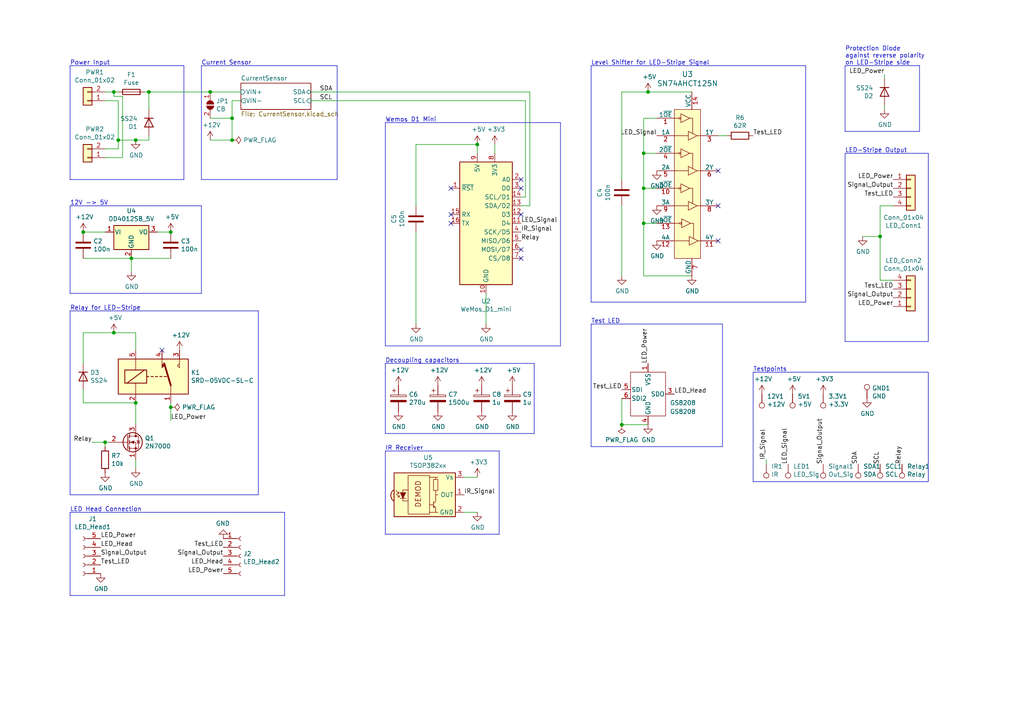
<source format=kicad_sch>
(kicad_sch (version 20230121) (generator eeschema)
  (paper "A4")
  (title_block (title "WLED_PCB_V2") (date "2023-03-27") (rev "1.1"))
  (lib_symbols
    (symbol "Connector:Conn_01x05_Female" (pin_names (offset 1.016) hide)
      (property "Reference" "J" (at 0 7.62 0))
      (property "Value" "Conn_01x05_Female" (at 0 -7.62 0))
      (symbol "Conn_01x05_Female_1_1"
        (arc (start 0 -4.572) (mid -0.5058 -5.08) (end 0 -5.588) (stroke (width 0.1524)))
        (arc (start 0 -2.032) (mid -0.5058 -2.54) (end 0 -3.048) (stroke (width 0.1524)))
        (polyline (pts (xy -1.27 -5.08) (xy -0.508 -5.08)) (stroke (width 0.1524)))
        (polyline (pts (xy -1.27 -2.54) (xy -0.508 -2.54)) (stroke (width 0.1524)))
        (polyline (pts (xy -1.27 0) (xy -0.508 0)) (stroke (width 0.1524)))
        (polyline (pts (xy -1.27 2.54) (xy -0.508 2.54)) (stroke (width 0.1524)))
        (polyline (pts (xy -1.27 5.08) (xy -0.508 5.08)) (stroke (width 0.1524)))
        (arc (start 0 0.508) (mid -0.5058 0) (end 0 -0.508) (stroke (width 0.1524)))
        (arc (start 0 3.048) (mid -0.5058 2.54) (end 0 2.032) (stroke (width 0.1524)))
        (arc (start 0 5.588) (mid -0.5058 5.08) (end 0 4.572) (stroke (width 0.1524)))
        (pin passive line (at -5.08 5.08 0) (length 3.81) (name "Pin_1") (number "1"))
        (pin passive line (at -5.08 2.54 0) (length 3.81) (name "Pin_2") (number "2"))
        (pin passive line (at -5.08 0 0) (length 3.81) (name "Pin_3") (number "3"))
        (pin passive line (at -5.08 -2.54 0) (length 3.81) (name "Pin_4") (number "4"))
        (pin passive line (at -5.08 -5.08 0) (length 3.81) (name "Pin_5") (number "5"))
      )
    )
    (symbol "Connector:TestPoint" (pin_numbers hide) (pin_names (offset 0.762) hide)
      (property "Reference" "TP" (at 0 6.858 0))
      (property "Value" "TestPoint" (at 0 5.08 0))
      (symbol "TestPoint_0_1"
        (circle (center 0 3.302) (radius 0.762))
      )
      (symbol "TestPoint_1_1"
        (pin passive line (at 0 0 90) (length 2.54) (name "1") (number "1"))
      )
    )
    (symbol "Connector_Generic:Conn_01x02" (pin_names (offset 1.016) hide)
      (property "Reference" "J" (at 0 2.54 0))
      (property "Value" "Conn_01x02" (at 0 -5.08 0))
      (symbol "Conn_01x02_1_1"
        (rectangle (start -1.27 -2.413) (end 0 -2.667) (stroke (width 0.1524)))
        (rectangle (start -1.27 0.127) (end 0 -0.127) (stroke (width 0.1524)))
        (rectangle (start -1.27 1.27) (end 1.27 -3.81) (stroke (width 0.254)) (fill (type background)))
        (pin passive line (at -5.08 0 0) (length 3.81) (name "Pin_1") (number "1"))
        (pin passive line (at -5.08 -2.54 0) (length 3.81) (name "Pin_2") (number "2"))
      )
    )
    (symbol "Connector_Generic:Conn_01x04" (pin_names (offset 1.016) hide)
      (property "Reference" "J" (at 0 5.08 0))
      (property "Value" "Conn_01x04" (at 0 -7.62 0))
      (symbol "Conn_01x04_1_1"
        (rectangle (start -1.27 -4.953) (end 0 -5.207) (stroke (width 0.1524)))
        (rectangle (start -1.27 -2.413) (end 0 -2.667) (stroke (width 0.1524)))
        (rectangle (start -1.27 0.127) (end 0 -0.127) (stroke (width 0.1524)))
        (rectangle (start -1.27 2.667) (end 0 2.413) (stroke (width 0.1524)))
        (rectangle (start -1.27 3.81) (end 1.27 -6.35) (stroke (width 0.254)) (fill (type background)))
        (pin passive line (at -5.08 2.54 0) (length 3.81) (name "Pin_1") (number "1"))
        (pin passive line (at -5.08 0 0) (length 3.81) (name "Pin_2") (number "2"))
        (pin passive line (at -5.08 -2.54 0) (length 3.81) (name "Pin_3") (number "3"))
        (pin passive line (at -5.08 -5.08 0) (length 3.81) (name "Pin_4") (number "4"))
      )
    )
    (symbol "Device:C" (pin_numbers hide) (pin_names (offset 0.254))
      (property "Reference" "C" (at 0.635 2.54 0))
      (property "Value" "C" (at 0.635 -2.54 0))
      (symbol "C_0_1"
        (polyline (pts (xy -2.032 -0.762) (xy 2.032 -0.762)) (stroke (width 0.508)))
        (polyline (pts (xy -2.032 0.762) (xy 2.032 0.762)) (stroke (width 0.508)))
      )
      (symbol "C_1_1"
        (pin passive line (at 0 3.81 270) (length 2.794) (name "~") (number "1"))
        (pin passive line (at 0 -3.81 90) (length 2.794) (name "~") (number "2"))
      )
    )
    (symbol "Device:C_Polarized" (pin_numbers hide) (pin_names (offset 0.254))
      (property "Reference" "C" (at 0.635 2.54 0))
      (property "Value" "C_Polarized" (at 0.635 -2.54 0))
      (symbol "C_Polarized_0_1"
        (rectangle (start -2.286 0.508) (end 2.286 1.016))
        (polyline (pts (xy -1.778 2.286) (xy -0.762 2.286)))
        (polyline (pts (xy -1.27 2.794) (xy -1.27 1.778)))
        (rectangle (start 2.286 -0.508) (end -2.286 -1.016) (fill (type outline)))
      )
      (symbol "C_Polarized_1_1"
        (pin passive line (at 0 3.81 270) (length 2.794) (name "~") (number "1"))
        (pin passive line (at 0 -3.81 90) (length 2.794) (name "~") (number "2"))
      )
    )
    (symbol "Device:D" (pin_numbers hide) (pin_names (offset 1.016) hide)
      (property "Reference" "D" (at 0 2.54 0))
      (property "Value" "D" (at 0 -2.54 0))
      (symbol "D_0_1"
        (polyline (pts (xy -1.27 1.27) (xy -1.27 -1.27)) (stroke (width 0.254)))
        (polyline (pts (xy 1.27 0) (xy -1.27 0)))
        (polyline (pts (xy 1.27 1.27) (xy 1.27 -1.27) (xy -1.27 0) (xy 1.27 1.27)) (stroke (width 0.254)))
      )
      (symbol "D_1_1"
        (pin passive line (at -3.81 0 0) (length 2.54) (name "K") (number "1"))
        (pin passive line (at 3.81 0 180) (length 2.54) (name "A") (number "2"))
      )
    )
    (symbol "Device:Fuse" (pin_numbers hide) (pin_names (offset 0))
      (property "Reference" "F" (at 2.032 0 90))
      (property "Value" "Fuse" (at -1.905 0 90))
      (symbol "Fuse_0_1"
        (rectangle (start -0.762 -2.54) (end 0.762 2.54) (stroke (width 0.254)))
        (polyline (pts (xy 0 2.54) (xy 0 -2.54)))
      )
      (symbol "Fuse_1_1"
        (pin passive line (at 0 3.81 270) (length 1.27) (name "~") (number "1"))
        (pin passive line (at 0 -3.81 90) (length 1.27) (name "~") (number "2"))
      )
    )
    (symbol "Device:R" (pin_numbers hide) (pin_names (offset 0))
      (property "Reference" "R" (at 2.032 0 90))
      (property "Value" "R" (at 0 0 90))
      (symbol "R_0_1"
        (rectangle (start -1.016 -2.54) (end 1.016 2.54) (stroke (width 0.254)))
      )
      (symbol "R_1_1"
        (pin passive line (at 0 3.81 270) (length 1.27) (name "~") (number "1"))
        (pin passive line (at 0 -3.81 90) (length 1.27) (name "~") (number "2"))
      )
    )
    (symbol "Interface_Optical:TSOP382xx"
      (property "Reference" "U" (at -10.16 7.62 0))
      (property "Value" "TSOP382xx" (at -10.16 -7.62 0))
      (symbol "TSOP382xx_0_0"
        (arc (start -10.287 1.397) (mid -11.0899 -0.1905) (end -10.287 -1.778) (stroke (width 0.254)) (fill (type background)))
        (polyline (pts (xy 1.905 -5.08) (xy 0.127 -5.08)))
        (polyline (pts (xy 1.905 5.08) (xy 0.127 5.08)))
        (text "DEMOD" (at -3.175 0.254 900) (effects (font (size 1.524 1.524))))
      )
      (symbol "TSOP382xx_0_1"
        (rectangle (start -6.096 5.588) (end 0.127 -5.588))
        (polyline (pts (xy -8.763 0.381) (xy -9.652 1.27)))
        (polyline (pts (xy -8.763 0.381) (xy -9.271 0.381)))
        (polyline (pts (xy -8.763 0.381) (xy -8.763 0.889)))
        (polyline (pts (xy -8.636 -0.635) (xy -9.525 0.254)))
        (polyline (pts (xy -8.636 -0.635) (xy -9.144 -0.635)))
        (polyline (pts (xy -8.636 -0.635) (xy -8.636 -0.127)))
        (polyline (pts (xy -8.382 -1.016) (xy -6.731 -1.016)))
        (polyline (pts (xy 1.27 -2.921) (xy 0.127 -2.921)))
        (polyline (pts (xy 1.27 -1.905) (xy 1.27 -3.81)))
        (polyline (pts (xy 1.397 -3.556) (xy 1.524 -3.556)))
        (polyline (pts (xy 1.651 -3.556) (xy 1.524 -3.556)))
        (polyline (pts (xy 1.651 -3.556) (xy 1.651 -3.302)))
        (polyline (pts (xy 1.905 0) (xy 1.905 1.27)))
        (polyline (pts (xy 1.905 4.445) (xy 1.905 5.08) (xy 2.54 5.08)))
        (polyline (pts (xy -8.382 0.635) (xy -6.731 0.635) (xy -7.62 -1.016) (xy -8.382 0.635)) (fill (type outline)))
        (polyline (pts (xy -6.096 1.397) (xy -7.62 1.397) (xy -7.62 -1.778) (xy -6.096 -1.778)))
        (polyline (pts (xy 1.27 -3.175) (xy 1.905 -3.81) (xy 1.905 -5.08) (xy 2.54 -5.08)))
        (polyline (pts (xy 1.27 -2.54) (xy 1.905 -1.905) (xy 1.905 0) (xy 2.54 0)))
        (rectangle (start 2.54 1.27) (end 1.27 4.445))
        (rectangle (start 7.62 6.35) (end -10.16 -6.35) (stroke (width 0.254)) (fill (type background)))
      )
      (symbol "TSOP382xx_1_1"
        (pin output line (at 10.16 0 180) (length 2.54) (name "OUT") (number "1"))
        (pin power_in line (at 10.16 -5.08 180) (length 2.54) (name "GND") (number "2"))
        (pin power_in line (at 10.16 5.08 180) (length 2.54) (name "Vs") (number "3"))
      )
    )
    (symbol "Jumper:SolderJumper_2_Open" (pin_names (offset 0) hide)
      (property "Reference" "JP" (at 0 2.032 0))
      (property "Value" "SolderJumper_2_Open" (at 0 -2.54 0))
      (symbol "SolderJumper_2_Open_0_1"
        (arc (start -0.254 1.016) (mid -1.2656 0) (end -0.254 -1.016))
        (arc (start -0.254 1.016) (mid -1.2656 0) (end -0.254 -1.016) (fill (type outline)))
        (polyline (pts (xy -0.254 1.016) (xy -0.254 -1.016)))
        (polyline (pts (xy 0.254 1.016) (xy 0.254 -1.016)))
        (arc (start 0.254 -1.016) (mid 1.2656 0) (end 0.254 1.016))
        (arc (start 0.254 -1.016) (mid 1.2656 0) (end 0.254 1.016) (fill (type outline)))
      )
      (symbol "SolderJumper_2_Open_1_1"
        (pin passive line (at -3.81 0 0) (length 2.54) (name "A") (number "1"))
        (pin passive line (at 3.81 0 180) (length 2.54) (name "B") (number "2"))
      )
    )
    (symbol "MCU_Module:WeMos_D1_mini"
      (property "Reference" "U" (at 3.81 19.05 0))
      (property "Value" "WeMos_D1_mini" (at 1.27 -19.05 0))
      (symbol "WeMos_D1_mini_1_1"
        (rectangle (start -7.62 17.78) (end 7.62 -17.78) (stroke (width 0.254)) (fill (type background)))
        (pin input line (at -10.16 10.16 0) (length 2.54) (name "~{RST}") (number "1"))
        (pin power_in line (at 0 -20.32 90) (length 2.54) (name "GND") (number "10"))
        (pin bidirectional line (at 10.16 0 180) (length 2.54) (name "D4") (number "11"))
        (pin bidirectional line (at 10.16 2.54 180) (length 2.54) (name "D3") (number "12"))
        (pin bidirectional line (at 10.16 5.08 180) (length 2.54) (name "SDA/D2") (number "13"))
        (pin bidirectional line (at 10.16 7.62 180) (length 2.54) (name "SCL/D1") (number "14"))
        (pin input line (at -10.16 2.54 0) (length 2.54) (name "RX") (number "15"))
        (pin output line (at -10.16 0 0) (length 2.54) (name "TX") (number "16"))
        (pin input line (at 10.16 12.7 180) (length 2.54) (name "A0") (number "2"))
        (pin bidirectional line (at 10.16 10.16 180) (length 2.54) (name "D0") (number "3"))
        (pin bidirectional line (at 10.16 -2.54 180) (length 2.54) (name "SCK/D5") (number "4"))
        (pin bidirectional line (at 10.16 -5.08 180) (length 2.54) (name "MISO/D6") (number "5"))
        (pin bidirectional line (at 10.16 -7.62 180) (length 2.54) (name "MOSI/D7") (number "6"))
        (pin bidirectional line (at 10.16 -10.16 180) (length 2.54) (name "CS/D8") (number "7"))
        (pin power_out line (at 2.54 20.32 270) (length 2.54) (name "3V3") (number "8"))
        (pin power_in line (at -2.54 20.32 270) (length 2.54) (name "5V") (number "9"))
      )
    )
    (symbol "Regulator_Linear:LM7805_TO220" (pin_names (offset 0.254))
      (property "Reference" "U" (at -3.81 3.175 0))
      (property "Value" "LM7805_TO220" (at 0 3.175 0))
      (symbol "LM7805_TO220_0_1"
        (rectangle (start -5.08 1.905) (end 5.08 -5.08) (stroke (width 0.254)) (fill (type background)))
      )
      (symbol "LM7805_TO220_1_1"
        (pin power_in line (at -7.62 0 0) (length 2.54) (name "VI") (number "1"))
        (pin power_in line (at 0 -7.62 90) (length 2.54) (name "GND") (number "2"))
        (pin power_out line (at 7.62 0 180) (length 2.54) (name "VO") (number "3"))
      )
    )
    (symbol "Relay:SANYOU_SRD_Form_C"
      (property "Reference" "K" (at 11.43 3.81 0))
      (property "Value" "SANYOU_SRD_Form_C" (at 11.43 1.27 0))
      (symbol "SANYOU_SRD_Form_C_0_0"
        (polyline (pts (xy 7.62 5.08) (xy 7.62 2.54) (xy 6.985 3.175) (xy 7.62 3.81)))
      )
      (symbol "SANYOU_SRD_Form_C_0_1"
        (rectangle (start -10.16 5.08) (end 10.16 -5.08) (stroke (width 0.254)) (fill (type background)))
        (rectangle (start -8.255 1.905) (end -1.905 -1.905) (stroke (width 0.254)))
        (polyline (pts (xy -7.62 -1.905) (xy -2.54 1.905)) (stroke (width 0.254)))
        (polyline (pts (xy -5.08 -5.08) (xy -5.08 -1.905)))
        (polyline (pts (xy -5.08 5.08) (xy -5.08 1.905)))
        (polyline (pts (xy -1.905 0) (xy -1.27 0)) (stroke (width 0.254)))
        (polyline (pts (xy -0.635 0) (xy 0 0)) (stroke (width 0.254)))
        (polyline (pts (xy 0.635 0) (xy 1.27 0)) (stroke (width 0.254)))
        (polyline (pts (xy 1.905 0) (xy 2.54 0)) (stroke (width 0.254)))
        (polyline (pts (xy 3.175 0) (xy 3.81 0)) (stroke (width 0.254)))
        (polyline (pts (xy 5.08 -2.54) (xy 3.175 3.81)) (stroke (width 0.508)))
        (polyline (pts (xy 5.08 -2.54) (xy 5.08 -5.08)))
      )
      (symbol "SANYOU_SRD_Form_C_1_1"
        (polyline (pts (xy 2.54 3.81) (xy 3.175 3.175) (xy 2.54 2.54) (xy 2.54 5.08)) (fill (type outline)))
        (pin passive line (at 5.08 -7.62 90) (length 2.54) (name "~") (number "1"))
        (pin passive line (at -5.08 -7.62 90) (length 2.54) (name "~") (number "2"))
        (pin passive line (at 7.62 7.62 270) (length 2.54) (name "~") (number "3"))
        (pin passive line (at 2.54 7.62 270) (length 2.54) (name "~") (number "4"))
        (pin passive line (at -5.08 7.62 270) (length 2.54) (name "~") (number "5"))
      )
    )
    (symbol "Transistor_FET:2N7000" (pin_names hide)
      (property "Reference" "Q" (at 5.08 1.905 0))
      (property "Value" "2N7000" (at 5.08 0 0))
      (symbol "2N7000_0_1"
        (polyline (pts (xy 0.254 0) (xy -2.54 0)))
        (polyline (pts (xy 0.254 1.905) (xy 0.254 -1.905)) (stroke (width 0.254)))
        (polyline (pts (xy 0.762 -1.27) (xy 0.762 -2.286)) (stroke (width 0.254)))
        (polyline (pts (xy 0.762 0.508) (xy 0.762 -0.508)) (stroke (width 0.254)))
        (polyline (pts (xy 0.762 2.286) (xy 0.762 1.27)) (stroke (width 0.254)))
        (polyline (pts (xy 2.54 2.54) (xy 2.54 1.778)))
        (polyline (pts (xy 2.54 -2.54) (xy 2.54 0) (xy 0.762 0)))
        (polyline (pts (xy 0.762 -1.778) (xy 3.302 -1.778) (xy 3.302 1.778) (xy 0.762 1.778)))
        (polyline (pts (xy 1.016 0) (xy 2.032 0.381) (xy 2.032 -0.381) (xy 1.016 0)) (fill (type outline)))
        (polyline (pts (xy 2.794 0.508) (xy 2.921 0.381) (xy 3.683 0.381) (xy 3.81 0.254)))
        (polyline (pts (xy 3.302 0.381) (xy 2.921 -0.254) (xy 3.683 -0.254) (xy 3.302 0.381)))
        (circle (center 1.651 0) (radius 2.794) (stroke (width 0.254)))
        (circle (center 2.54 -1.778) (radius 0.254) (fill (type outline)))
        (circle (center 2.54 1.778) (radius 0.254) (fill (type outline)))
      )
      (symbol "2N7000_1_1"
        (pin passive line (at 2.54 -5.08 90) (length 2.54) (name "S") (number "1"))
        (pin input line (at -5.08 0 0) (length 2.54) (name "G") (number "2"))
        (pin passive line (at 2.54 5.08 270) (length 2.54) (name "D") (number "3"))
      )
    )
    (symbol "power:+12V" (power) (pin_names (offset 0))
      (property "Value" "+12V" (at 0 3.556 0))
      (symbol "+12V_0_1"
        (polyline (pts (xy -0.762 1.27) (xy 0 2.54)))
        (polyline (pts (xy 0 0) (xy 0 2.54)))
        (polyline (pts (xy 0 2.54) (xy 0.762 1.27)))
      )
      (symbol "+12V_1_1"
        (pin power_in line (at 0 0 90) (length 0) hide (name "+12V") (number "1"))
      )
    )
    (symbol "power:+3.3V" (power) (pin_names (offset 0))
      (property "Value" "+3.3V" (at 0 3.556 0))
      (symbol "+3.3V_0_1"
        (polyline (pts (xy -0.762 1.27) (xy 0 2.54)))
        (polyline (pts (xy 0 0) (xy 0 2.54)))
        (polyline (pts (xy 0 2.54) (xy 0.762 1.27)))
      )
      (symbol "+3.3V_1_1"
        (pin power_in line (at 0 0 90) (length 0) hide (name "+3V3") (number "1"))
      )
    )
    (symbol "power:+5V" (power) (pin_names (offset 0))
      (property "Value" "+5V" (at 0 3.556 0))
      (symbol "+5V_0_1"
        (polyline (pts (xy -0.762 1.27) (xy 0 2.54)))
        (polyline (pts (xy 0 0) (xy 0 2.54)))
        (polyline (pts (xy 0 2.54) (xy 0.762 1.27)))
      )
      (symbol "+5V_1_1"
        (pin power_in line (at 0 0 90) (length 0) hide (name "+5V") (number "1"))
      )
    )
    (symbol "power:GND" (power) (pin_names (offset 0))
      (property "Value" "GND" (at 0 -3.81 0))
      (symbol "GND_0_1"
        (polyline (pts (xy 0 0) (xy 0 -1.27) (xy 1.27 -1.27) (xy 0 -2.54) (xy -1.27 -1.27) (xy 0 -1.27)))
      )
      (symbol "GND_1_1"
        (pin power_in line (at 0 0 270) (length 0) hide (name "GND") (number "1"))
      )
    )
    (symbol "power:PWR_FLAG" (power) (pin_numbers hide) (pin_names (offset 0) hide)
      (property "Value" "PWR_FLAG" (at 0 3.81 0))
      (symbol "PWR_FLAG_0_0"
        (pin power_out line (at 0 0 90) (length 0) (name "pwr") (number "1"))
      )
      (symbol "PWR_FLAG_0_1"
        (polyline (pts (xy 0 0) (xy 0 1.27) (xy -1.016 1.905) (xy 0 2.54) (xy 1.016 1.905) (xy 0 1.27)))
      )
    )
    (symbol "project_library:GS8208" (pin_names (offset 0.254))
      (property "Reference" "D" (at 2.54 -10.16 0))
      (property "Value" "GS8208" (at 2.54 -7.62 0))
      (symbol "GS8208_0_1"
        (rectangle (start -5.08 6.35) (end 5.08 -6.35))
      )
      (symbol "GS8208_1_1"
        (pin power_in line (at 0 8.89 270) (length 2.54) (name "VSS") (number "1"))
        (pin no_connect line (at 7.62 3.81 180) (length 2.54) hide (name "NA") (number "2"))
        (pin output line (at 7.62 0 180) (length 2.54) (name "SDO") (number "3"))
        (pin power_in line (at 0 -8.89 90) (length 2.54) (name "GND") (number "4"))
        (pin input line (at -7.62 1.27 0) (length 2.54) (name "SDI") (number "5"))
        (pin input line (at -7.62 -1.27 0) (length 2.54) (name "SDI2") (number "6"))
      )
    )
    (symbol "project_library:SN74AHCT125N" (pin_names (offset 0))
      (property "Reference" "U" (at -2.54 13.97 0))
      (property "Value" "SN74AHCT125N" (at 1.905 -31.75 0))
      (symbol "SN74AHCT125N_0_1"
        (rectangle (start -5.08 12.7) (end 2.54 -30.48) (fill (type background)))
        (circle (center -3.556 -10.16) (radius 0.254))
        (circle (center -3.556 0) (radius 0.254))
        (circle (center -3.556 10.16) (radius 0.254))
        (circle (center -3.302 -20.32) (radius 0.254))
        (polyline (pts (xy -3.81 -10.16) (xy -5.207 -10.16)))
        (polyline (pts (xy -3.81 0) (xy -5.207 0)))
        (polyline (pts (xy -3.81 10.16) (xy -5.207 10.16)))
        (polyline (pts (xy -3.556 -20.32) (xy -4.953 -20.32)))
        (polyline (pts (xy -1.016 -15.24) (xy -5.08 -15.24)))
        (polyline (pts (xy -1.016 -5.08) (xy -5.08 -5.08)))
        (polyline (pts (xy -1.016 5.08) (xy -5.08 5.08)))
        (polyline (pts (xy -0.762 -25.4) (xy -4.826 -25.4)))
        (polyline (pts (xy 1.397 -15.24) (xy 2.413 -15.24)))
        (polyline (pts (xy 1.397 -5.08) (xy 2.413 -5.08)))
        (polyline (pts (xy 1.397 5.08) (xy 2.413 5.08)))
        (polyline (pts (xy 1.651 -25.4) (xy 2.667 -25.4)))
        (polyline (pts (xy 0.254 -14.605) (xy 0.254 -10.16) (xy -0.635 -10.16)))
        (polyline (pts (xy 0.254 -4.445) (xy 0.254 0) (xy -0.635 0)))
        (polyline (pts (xy 0.254 5.715) (xy 0.254 10.16) (xy -0.635 10.16)))
        (polyline (pts (xy 0.508 -24.765) (xy 0.508 -20.32) (xy -0.381 -20.32)))
        (polyline (pts (xy -3.175 -8.89) (xy -3.175 -10.16) (xy -3.175 -11.43) (xy -0.635 -10.16) (xy -3.175 -8.89)))
        (polyline (pts (xy -3.175 1.27) (xy -3.175 0) (xy -3.175 -1.27) (xy -0.635 0) (xy -3.175 1.27)))
        (polyline (pts (xy -3.175 11.43) (xy -3.175 10.16) (xy -3.175 8.89) (xy -0.635 10.16) (xy -3.175 11.43)))
        (polyline (pts (xy -2.921 -19.05) (xy -2.921 -20.32) (xy -2.921 -21.59) (xy -0.381 -20.32) (xy -2.921 -19.05)))
        (polyline (pts (xy -1.016 -13.97) (xy -1.016 -15.24) (xy -1.016 -16.51) (xy 1.524 -15.24) (xy -1.016 -13.97)))
        (polyline (pts (xy -1.016 -3.81) (xy -1.016 -5.08) (xy -1.016 -6.35) (xy 1.524 -5.08) (xy -1.016 -3.81)))
        (polyline (pts (xy -1.016 6.35) (xy -1.016 5.08) (xy -1.016 3.81) (xy 1.524 5.08) (xy -1.016 6.35)))
        (polyline (pts (xy -0.762 -24.13) (xy -0.762 -25.4) (xy -0.762 -26.67) (xy 1.778 -25.4) (xy -0.762 -24.13)))
      )
      (symbol "SN74AHCT125N_1_1"
        (pin input line (at -10.16 10.16 0) (length 5.08) (name "1~{OE}") (number "1"))
        (pin input line (at -10.16 -10.16 0) (length 5.08) (name "3~{OE}") (number "10"))
        (pin output line (at 7.62 -25.4 180) (length 5.08) (name "4Y") (number "11"))
        (pin input line (at -10.16 -25.4 0) (length 5.08) (name "4A") (number "12"))
        (pin input line (at -10.16 -20.32 0) (length 5.08) (name "4~{OE}") (number "13"))
        (pin power_in line (at 0 17.78 270) (length 5.08) (name "VCC") (number "14"))
        (pin input line (at -10.16 5.08 0) (length 5.08) (name "1A") (number "2"))
        (pin output line (at 7.62 5.08 180) (length 5.08) (name "1Y") (number "3"))
        (pin input line (at -10.16 0 0) (length 5.08) (name "2~{OE}") (number "4"))
        (pin input line (at -10.16 -5.08 0) (length 5.08) (name "2A") (number "5"))
        (pin output line (at 7.62 -5.08 180) (length 5.08) (name "2Y") (number "6"))
        (pin power_in line (at 0 -35.56 90) (length 5.08) (name "GND") (number "7"))
        (pin output line (at 7.62 -15.24 180) (length 5.08) (name "3Y") (number "8"))
        (pin input line (at -10.16 -15.24 0) (length 5.08) (name "3A") (number "9"))
      )
    )
  )
  (junction (at 38.1 74.93))
  (junction (at 33.02 26.67))
  (junction (at 186.69 44.45))
  (junction (at 187.96 26.67))
  (junction (at 186.69 64.77))
  (junction (at 39.37 40.64))
  (junction (at 49.53 118.11))
  (junction (at 67.31 34.29))
  (junction (at 138.43 41.91))
  (junction (at 49.53 67.31))
  (junction (at 186.69 54.61))
  (junction (at 67.31 40.64))
  (junction (at 60.96 26.67))
  (junction (at 33.02 96.52))
  (junction (at 24.13 67.31))
  (junction (at 180.34 123.19))
  (junction (at 39.37 116.84))
  (junction (at 255.27 68.58))
  (junction (at 43.18 26.67))
  (junction (at 30.48 128.27))
  (junction (at 34.29 40.64))
  (no_connect (at 151.13 52.07))
  (no_connect (at 151.13 72.39))
  (no_connect (at 208.28 49.53))
  (no_connect (at 46.99 101.6))
  (no_connect (at 151.13 74.93))
  (no_connect (at 130.81 62.23))
  (no_connect (at 208.28 69.85))
  (no_connect (at 151.13 54.61))
  (no_connect (at 208.28 59.69))
  (no_connect (at 130.81 54.61))
  (no_connect (at 151.13 62.23))
  (no_connect (at 130.81 64.77))
  (wire (pts (xy 256.54 30.48) (xy 256.54 31.75)))
  (polyline (pts (xy 74.93 143.51) (xy 20.32 143.51)))
  (wire (pts (xy 30.48 45.72) (xy 35.56 45.72)))
  (wire (pts (xy 190.5 64.77) (xy 186.69 64.77)))
  (polyline (pts (xy 20.32 90.17) (xy 74.93 90.17)))
  (polyline (pts (xy 171.45 93.98) (xy 209.55 93.98)))
  (wire (pts (xy 60.96 40.64) (xy 67.31 40.64)))
  (wire (pts (xy 33.02 26.67) (xy 34.29 26.67)))
  (wire (pts (xy 255.27 59.69) (xy 255.27 68.58)))
  (polyline (pts (xy 20.32 19.05) (xy 53.34 19.05)))
  (wire (pts (xy 143.51 41.91) (xy 143.51 44.45)))
  (wire (pts (xy 186.69 64.77) (xy 186.69 80.01)))
  (wire (pts (xy 180.34 26.67) (xy 187.96 26.67)))
  (wire (pts (xy 120.65 59.69) (xy 120.65 41.91)))
  (wire (pts (xy 43.18 26.67) (xy 43.18 31.75)))
  (polyline (pts (xy 58.42 59.69) (xy 58.42 85.09)))
  (wire (pts (xy 43.18 26.67) (xy 60.96 26.67)))
  (wire (pts (xy 255.27 68.58) (xy 255.27 81.28)))
  (polyline (pts (xy 245.11 19.05) (xy 266.7 19.05)))
  (polyline (pts (xy 154.94 125.73) (xy 111.76 125.73)))
  (polyline (pts (xy 269.24 44.45) (xy 269.24 99.06)))
  (wire (pts (xy 153.67 59.69) (xy 153.67 26.67)))
  (polyline (pts (xy 218.44 139.7) (xy 218.44 107.95)))
  (wire (pts (xy 186.69 44.45) (xy 186.69 54.61)))
  (polyline (pts (xy 53.34 19.05) (xy 53.34 52.07)))
  (polyline (pts (xy 171.45 19.05) (xy 233.68 19.05)))
  (wire (pts (xy 39.37 133.35) (xy 39.37 135.89)))
  (polyline (pts (xy 20.32 59.69) (xy 58.42 59.69)))
  (polyline (pts (xy 97.79 52.07) (xy 58.42 52.07)))
  (wire (pts (xy 134.62 138.43) (xy 138.43 138.43)))
  (wire (pts (xy 43.18 39.37) (xy 43.18 40.64)))
  (wire (pts (xy 39.37 123.19) (xy 39.37 116.84)))
  (polyline (pts (xy 233.68 87.63) (xy 171.45 87.63)))
  (wire (pts (xy 33.02 27.94) (xy 33.02 26.67)))
  (polyline (pts (xy 58.42 85.09) (xy 20.32 85.09)))
  (wire (pts (xy 138.43 44.45) (xy 138.43 41.91)))
  (wire (pts (xy 39.37 96.52) (xy 39.37 101.6)))
  (wire (pts (xy 26.67 128.27) (xy 30.48 128.27)))
  (wire (pts (xy 250.19 68.58) (xy 255.27 68.58)))
  (wire (pts (xy 39.37 40.64) (xy 34.29 40.64)))
  (wire (pts (xy 45.72 67.31) (xy 49.53 67.31)))
  (polyline (pts (xy 20.32 172.72) (xy 20.32 148.59)))
  (polyline (pts (xy 269.24 99.06) (xy 245.11 99.06)))
  (polyline (pts (xy 266.7 19.05) (xy 266.7 38.1)))
  (wire (pts (xy 24.13 105.41) (xy 24.13 96.52)))
  (polyline (pts (xy 218.44 107.95) (xy 269.24 107.95)))
  (polyline (pts (xy 245.11 99.06) (xy 245.11 44.45)))
  (polyline (pts (xy 111.76 35.56) (xy 162.56 35.56)))
  (polyline (pts (xy 162.56 100.33) (xy 111.76 100.33)))
  (polyline (pts (xy 144.78 154.94) (xy 111.76 154.94)))
  (wire (pts (xy 180.34 115.57) (xy 180.34 123.19)))
  (wire (pts (xy 60.96 26.67) (xy 69.85 26.67)))
  (polyline (pts (xy 233.68 19.05) (xy 233.68 87.63)))
  (wire (pts (xy 24.13 113.03) (xy 24.13 116.84)))
  (wire (pts (xy 134.62 148.59) (xy 138.43 148.59)))
  (wire (pts (xy 187.96 26.67) (xy 200.66 26.67)))
  (wire (pts (xy 255.27 81.28) (xy 259.08 81.28)))
  (polyline (pts (xy 111.76 125.73) (xy 111.76 105.41)))
  (wire (pts (xy 30.48 43.18) (xy 34.29 43.18)))
  (wire (pts (xy 180.34 52.07) (xy 180.34 26.67)))
  (polyline (pts (xy 144.78 130.81) (xy 144.78 154.94)))
  (wire (pts (xy 38.1 74.93) (xy 38.1 78.74)))
  (wire (pts (xy 24.13 116.84) (xy 39.37 116.84)))
  (wire (pts (xy 222.25 133.35) (xy 222.25 134.62)))
  (wire (pts (xy 34.29 29.21) (xy 30.48 29.21)))
  (polyline (pts (xy 20.32 143.51) (xy 20.32 90.17)))
  (wire (pts (xy 67.31 29.21) (xy 69.85 29.21)))
  (wire (pts (xy 180.34 80.01) (xy 180.34 59.69)))
  (polyline (pts (xy 111.76 105.41) (xy 154.94 105.41)))
  (wire (pts (xy 186.69 80.01) (xy 200.66 80.01)))
  (wire (pts (xy 67.31 40.64) (xy 67.31 34.29)))
  (polyline (pts (xy 269.24 107.95) (xy 269.24 139.7)))
  (polyline (pts (xy 58.42 52.07) (xy 58.42 19.05)))
  (wire (pts (xy 49.53 118.11) (xy 49.53 116.84)))
  (wire (pts (xy 120.65 41.91) (xy 138.43 41.91)))
  (polyline (pts (xy 82.55 172.72) (xy 20.32 172.72)))
  (polyline (pts (xy 82.55 148.59) (xy 82.55 172.72)))
  (polyline (pts (xy 162.56 35.56) (xy 162.56 100.33)))
  (wire (pts (xy 41.91 26.67) (xy 43.18 26.67)))
  (polyline (pts (xy 74.93 90.17) (xy 74.93 143.51)))
  (wire (pts (xy 38.1 74.93) (xy 49.53 74.93)))
  (polyline (pts (xy 209.55 129.54) (xy 171.45 129.54)))
  (wire (pts (xy 186.69 34.29) (xy 186.69 44.45)))
  (wire (pts (xy 24.13 67.31) (xy 30.48 67.31)))
  (wire (pts (xy 67.31 29.21) (xy 67.31 34.29)))
  (polyline (pts (xy 266.7 38.1) (xy 245.11 38.1)))
  (polyline (pts (xy 154.94 105.41) (xy 154.94 125.73)))
  (polyline (pts (xy 269.24 139.7) (xy 218.44 139.7)))
  (wire (pts (xy 30.48 26.67) (xy 33.02 26.67)))
  (wire (pts (xy 151.13 57.15) (xy 152.4 57.15)))
  (wire (pts (xy 190.5 34.29) (xy 186.69 34.29)))
  (wire (pts (xy 34.29 43.18) (xy 34.29 40.64)))
  (polyline (pts (xy 171.45 129.54) (xy 171.45 93.98)))
  (wire (pts (xy 190.5 44.45) (xy 186.69 44.45)))
  (wire (pts (xy 34.29 40.64) (xy 34.29 29.21)))
  (wire (pts (xy 35.56 27.94) (xy 33.02 27.94)))
  (polyline (pts (xy 97.79 19.05) (xy 97.79 52.07)))
  (polyline (pts (xy 58.42 19.05) (xy 97.79 19.05)))
  (wire (pts (xy 33.02 96.52) (xy 39.37 96.52)))
  (wire (pts (xy 35.56 45.72) (xy 35.56 27.94)))
  (polyline (pts (xy 171.45 87.63) (xy 171.45 19.05)))
  (wire (pts (xy 31.75 128.27) (xy 30.48 128.27)))
  (polyline (pts (xy 111.76 130.81) (xy 144.78 130.81)))
  (wire (pts (xy 152.4 57.15) (xy 152.4 29.21)))
  (wire (pts (xy 43.18 40.64) (xy 39.37 40.64)))
  (wire (pts (xy 151.13 59.69) (xy 153.67 59.69)))
  (wire (pts (xy 153.67 26.67) (xy 90.17 26.67)))
  (wire (pts (xy 60.96 34.29) (xy 67.31 34.29)))
  (polyline (pts (xy 20.32 85.09) (xy 20.32 59.69)))
  (polyline (pts (xy 245.11 44.45) (xy 269.24 44.45)))
  (wire (pts (xy 208.28 39.37) (xy 210.82 39.37)))
  (wire (pts (xy 180.34 123.19) (xy 187.96 123.19)))
  (polyline (pts (xy 20.32 52.07) (xy 20.32 19.05)))
  (polyline (pts (xy 53.34 52.07) (xy 20.32 52.07)))
  (polyline (pts (xy 111.76 100.33) (xy 111.76 35.56)))
  (wire (pts (xy 152.4 29.21) (xy 90.17 29.21)))
  (polyline (pts (xy 20.32 148.59) (xy 82.55 148.59)))
  (wire (pts (xy 120.65 93.98) (xy 120.65 67.31)))
  (polyline (pts (xy 209.55 93.98) (xy 209.55 129.54)))
  (wire (pts (xy 190.5 54.61) (xy 186.69 54.61)))
  (polyline (pts (xy 245.11 38.1) (xy 245.11 19.05)))
  (wire (pts (xy 49.53 121.92) (xy 49.53 118.11)))
  (polyline (pts (xy 111.76 154.94) (xy 111.76 130.81)))
  (wire (pts (xy 24.13 74.93) (xy 38.1 74.93)))
  (wire (pts (xy 30.48 128.27) (xy 30.48 129.54)))
  (wire (pts (xy 140.97 85.09) (xy 140.97 93.98)))
  (wire (pts (xy 24.13 96.52) (xy 33.02 96.52)))
  (wire (pts (xy 259.08 59.69) (xy 255.27 59.69)))
  (wire (pts (xy 186.69 54.61) (xy 186.69 64.77)))
  (wire (pts (xy 256.54 21.59) (xy 256.54 22.86)))
  (text "12V -> 5V" (at 20.32 59.69 0) (effects (font (size 1.27 1.27)) (justify left bottom)))
  (text "LED Head Connection" (at 20.32 148.59 0) (effects (font (size 1.27 1.27)) (justify left bottom)))
  (text "Relay for LED-Stripe" (at 20.32 90.17 0) (effects (font (size 1.27 1.27)) (justify left bottom)))
  (text "Current Sensor" (at 58.42 19.05 0) (effects (font (size 1.27 1.27)) (justify left bottom)))
  (text "Level Shifter for LED-Stripe Signal" (at 171.45 19.05 0) (effects (font (size 1.27 1.27)) (justify left bottom)))
  (text "Power Input" (at 20.32 19.05 0) (effects (font (size 1.27 1.27)) (justify left bottom)))
  (text "Test LED" (at 171.45 93.98 0) (effects (font (size 1.27 1.27)) (justify left bottom)))
  (text "IR Receiver" (at 111.76 130.81 0) (effects (font (size 1.27 1.27)) (justify left bottom)))
  (text "LED-Stripe Output" (at 245.11 44.45 0) (effects (font (size 1.27 1.27)) (justify left bottom)))
  (text "Testpoints" (at 218.44 107.95 0) (effects (font (size 1.27 1.27)) (justify left bottom)))
  (text "Protection Diode\nagainst reverse polarity\non LED-Stripe side" (at 245.11 19.05 0) (effects (font (size 1.27 1.27)) (justify left bottom)))
  (text "Decoupling capacitors" (at 111.76 105.41 0) (effects (font (size 1.27 1.27)) (justify left bottom)))
  (text "Wemos D1 Mini" (at 111.76 35.56 0) (effects (font (size 1.27 1.27)) (justify left bottom)))
  (label "LED_Power" (at 187.96 105.41 90))
  (label "Test_LED" (at 29.21 163.83 0))
  (label "Relay" (at 26.67 128.27 180))
  (label "IR_Signal" (at 151.13 67.31 0))
  (label "SCL" (at 92.71 29.21 0))
  (label "SDA" (at 248.92 134.62 90))
  (label "SCL" (at 255.27 134.62 90))
  (label "LED_Head" (at 195.58 114.3 0))
  (label "Test_LED" (at 218.44 39.37 0))
  (label "Relay" (at 261.62 134.62 90))
  (label "Signal_Output" (at 259.08 86.36 180))
  (label "LED_Power" (at 256.54 21.59 180))
  (label "Signal_Output" (at 259.08 54.61 180))
  (label "LED_Power" (at 259.08 52.07 180))
  (label "Signal_Output" (at 238.76 134.62 90))
  (label "LED_Head" (at 64.77 163.83 180))
  (label "Test_LED" (at 259.08 57.15 180))
  (label "LED_Power" (at 259.08 88.9 180))
  (label "Test_LED" (at 259.08 83.82 180))
  (label "LED_Power" (at 29.21 156.21 0))
  (label "IR_Signal" (at 134.62 143.51 0))
  (label "Signal_Output" (at 64.77 161.29 180))
  (label "LED_Power" (at 49.53 121.92 0))
  (label "LED_Signal" (at 228.6 134.62 90))
  (label "LED_Signal" (at 190.5 39.37 180))
  (label "Signal_Output" (at 29.21 161.29 0))
  (label "LED_Signal" (at 151.13 64.77 0))
  (label "LED_Power" (at 64.77 166.37 180))
  (label "SDA" (at 92.71 26.67 0))
  (label "IR_Signal" (at 222.25 133.35 90))
  (label "Test_LED" (at 180.34 113.03 180))
  (label "Test_LED" (at 64.77 158.75 180))
  (label "LED_Head" (at 29.21 158.75 0))
  (label "Relay" (at 151.13 69.85 0))
  (symbol (lib_id "Connector_Generic:Conn_01x04") (at 264.16 54.61 0) (unit 1)
    (property "Reference" "LED_Conn1" (at 262.0772 65.405 0))
    (property "Value" "Conn_01x04" (at 262.0772 63.0936 0))
    (property "Footprint" "Connector_JST:JST_XH_S4B-XH-A_1x04_P2.50mm_Horizontal" (effects hide))
  )
  (symbol (lib_id "MCU_Module:WeMos_D1_mini") (at 140.97 64.77 0) (unit 1)
    (property "Reference" "U2" (at 140.97 87.3506 0))
    (property "Value" "WeMos_D1_mini" (at 140.97 89.662 0))
    (property "Footprint" "Module:WEMOS_D1_mini_light" (effects hide))
    (property "Datasheet" "https://wiki.wemos.cc/products:d1:d1_mini#documentation" (effects hide))
  )
  (symbol (lib_id "power:GND") (at 250.19 68.58 0) (unit 1)
    (property "Reference" "#PWR010" (effects hide))
    (property "Value" "GND" (at 250.317 72.9742 0))
  )
  (symbol (lib_id "power:+5V") (at 138.43 41.91 0) (unit 1)
    (property "Reference" "#PWR01" (effects hide))
    (property "Value" "+5V" (at 138.811 37.5158 0))
  )
  (symbol (lib_id "power:GND") (at 140.97 93.98 0) (unit 1)
    (property "Reference" "#PWR014" (effects hide))
    (property "Value" "GND" (at 141.097 98.3742 0))
  )
  (symbol (lib_id "Connector_Generic:Conn_01x04") (at 264.16 86.36 0) (mirror x) (unit 1)
    (property "Reference" "LED_Conn2" (at 262.0772 75.565 0))
    (property "Value" "Conn_01x04" (at 262.0772 77.8764 0))
    (property "Footprint" "Connector_JST:JST_XH_S4B-XH-A_1x04_P2.50mm_Horizontal" (effects hide))
  )
  (symbol (lib_id "Connector_Generic:Conn_01x02") (at 25.4 29.21 180) (unit 1)
    (property "Reference" "PWR1" (at 27.4828 20.955 0))
    (property "Value" "Conn_01x02" (at 27.4828 23.2664 0))
    (property "Footprint" "TerminalBlock:TerminalBlock_bornier-2_P5.08mm" (effects hide))
  )
  (symbol (lib_id "Connector_Generic:Conn_01x02") (at 25.4 45.72 180) (unit 1)
    (property "Reference" "PWR2" (at 27.4828 37.465 0))
    (property "Value" "Conn_01x02" (at 27.4828 39.7764 0))
    (property "Footprint" "TerminalBlock:TerminalBlock_bornier-2_P5.08mm" (effects hide))
  )
  (symbol (lib_id "Regulator_Linear:LM7805_TO220") (at 38.1 67.31 0) (unit 1)
    (property "Reference" "U4" (at 38.1 61.1632 0))
    (property "Value" "DD4012SB_5V" (at 38.1 63.4746 0))
    (property "Footprint" "DD4012S:DD4012S" (effects hide))
    (property "Datasheet" "https://de.aliexpress.com/item/32789807965.html" (effects hide))
  )
  (symbol (lib_id "Device:C") (at 24.13 71.12 0) (unit 1)
    (property "Reference" "C2" (at 27.051 69.9516 0) (effects (justify left)))
    (property "Value" "100n" (at 27.051 72.263 0) (effects (justify left)))
    (property "Footprint" "Capacitor_SMD:C_0805_2012Metric_Pad1.15x1.40mm_HandSolder" (effects hide))
  )
  (symbol (lib_id "Device:C") (at 49.53 71.12 0) (unit 1)
    (property "Reference" "C3" (at 52.451 69.9516 0) (effects (justify left)))
    (property "Value" "100n" (at 52.451 72.263 0) (effects (justify left)))
    (property "Footprint" "Capacitor_SMD:C_0805_2012Metric_Pad1.15x1.40mm_HandSolder" (effects hide))
  )
  (symbol (lib_id "power:GND") (at 38.1 78.74 0) (unit 1)
    (property "Reference" "#PWR012" (effects hide))
    (property "Value" "GND" (at 38.227 83.1342 0))
  )
  (symbol (lib_id "power:+5V") (at 49.53 67.31 0) (unit 1)
    (property "Reference" "#PWR011" (effects hide))
    (property "Value" "+5V" (at 49.911 62.9158 0))
  )
  (symbol (lib_id "Relay:SANYOU_SRD_Form_C") (at 44.45 109.22 0) (unit 1)
    (property "Reference" "K1" (at 55.372 108.0516 0) (effects (justify left)))
    (property "Value" "SRD-05VDC-SL-C" (at 55.372 110.363 0) (effects (justify left)))
    (property "Footprint" "Relay_THT:Relay_SPDT_SANYOU_SRD_Series_Form_C" (effects hide))
    (property "Datasheet" "http://www.sanyourelay.ca/public/products/pdf/SRD.pdf" (effects hide))
  )
  (symbol (lib_id "project_library:SN74AHCT125N") (at 200.66 44.45 0) (unit 1)
    (property "Reference" "U3" (at 199.39 21.5138 0) (effects (font (size 1.524 1.524))))
    (property "Value" "SN74AHCT125N" (at 199.39 24.2062 0) (effects (font (size 1.524 1.524))))
    (property "Footprint" "digikey-footprints:DIP-14_W3mm" (effects hide))
    (property "Datasheet" "http://www.ti.com/general/docs/suppproductinfo.tsp?distId=10&gotoUrl=http%3A%2F%2Fwww.ti.com%2Flit%2Fgpn%2Fsn74ahct125" (effects hide))
    (property "Digi-Key_PN" "296-4655-5-ND" (effects hide))
    (property "MPN" "SN74AHCT125N" (effects hide))
    (property "Category" "Integrated Circuits (ICs)" (effects hide))
    (property "Family" "Logic - Buffers, Drivers, Receivers, Transceivers" (effects hide))
    (property "DK_Datasheet_Link" "http://www.ti.com/general/docs/suppproductinfo.tsp?distId=10&gotoUrl=http%3A%2F%2Fwww.ti.com%2Flit%2Fgpn%2Fsn74ahct125" (effects hide))
    (property "DK_Detail_Page" "/product-detail/en/texas-instruments/SN74AHCT125N/296-4655-5-ND/375798" (effects hide))
    (property "Description" "IC BUF NON-INVERT 5.5V 14DIP" (effects hide))
    (property "Manufacturer" "Texas Instruments" (effects hide))
    (property "Status" "Active" (effects hide))
  )
  (symbol (lib_id "power:+12V") (at 52.07 101.6 0) (unit 1)
    (property "Reference" "#PWR019" (effects hide))
    (property "Value" "+12V" (at 52.451 97.2058 0))
  )
  (symbol (lib_id "Device:D") (at 24.13 109.22 270) (unit 1)
    (property "Reference" "D3" (at 26.162 108.0516 90) (effects (justify left)))
    (property "Value" "SS24" (at 26.162 110.363 90) (effects (justify left)))
    (property "Footprint" "Diode_SMD:D_SMB" (effects hide))
    (property "Datasheet" "https://assets.nexperia.com/documents/data-sheet/1N4148_1N4448.pdf" (effects hide))
  )
  (symbol (lib_id "power:PWR_FLAG") (at 180.34 123.19 180) (unit 1)
    (property "Reference" "#FLG0103" (effects hide))
    (property "Value" "PWR_FLAG" (at 180.34 127.5842 0))
  )
  (symbol (lib_id "power:+5V") (at 33.02 96.52 0) (unit 1)
    (property "Reference" "#PWR018" (effects hide))
    (property "Value" "+5V" (at 33.401 92.1258 0))
  )
  (symbol (lib_id "power:+5V") (at 187.96 26.67 0) (unit 1)
    (property "Reference" "#PWR08" (effects hide))
    (property "Value" "+5V" (at 188.341 22.2758 0))
  )
  (symbol (lib_id "power:GND") (at 180.34 80.01 0) (unit 1)
    (property "Reference" "#PWR015" (effects hide))
    (property "Value" "GND" (at 180.467 84.4042 0))
  )
  (symbol (lib_id "Device:C") (at 180.34 55.88 0) (unit 1)
    (property "Reference" "C4" (at 173.9392 55.88 90))
    (property "Value" "100n" (at 176.2506 55.88 90))
    (property "Footprint" "Capacitor_SMD:C_0805_2012Metric_Pad1.15x1.40mm_HandSolder" (effects hide))
  )
  (symbol (lib_id "power:GND") (at 200.66 80.01 0) (unit 1)
    (property "Reference" "#PWR016" (effects hide))
    (property "Value" "GND" (at 200.787 84.4042 0))
  )
  (symbol (lib_id "Transistor_FET:2N7000") (at 36.83 128.27 0) (unit 1)
    (property "Reference" "Q1" (at 42.0116 127.1016 0) (effects (justify left)))
    (property "Value" "2N7000" (at 42.0116 129.413 0) (effects (justify left)))
    (property "Footprint" "Package_TO_SOT_THT:TO-92_Inline" (effects hide))
    (property "Datasheet" "https://www.fairchildsemi.com/datasheets/2N/2N7000.pdf" (effects hide))
  )
  (symbol (lib_id "power:GND") (at 39.37 135.89 0) (unit 1)
    (property "Reference" "#PWR022" (effects hide))
    (property "Value" "GND" (at 39.497 140.2842 0))
  )
  (symbol (lib_id "power:PWR_FLAG") (at 49.53 118.11 270) (unit 1)
    (property "Reference" "#FLG0102" (effects hide))
    (property "Value" "PWR_FLAG" (at 52.7812 118.11 90) (effects (justify left)))
  )
  (symbol (lib_id "Device:R") (at 30.48 133.35 0) (unit 1)
    (property "Reference" "R7" (at 32.258 132.1816 0) (effects (justify left)))
    (property "Value" "10k" (at 32.258 134.493 0) (effects (justify left)))
    (property "Footprint" "Resistor_SMD:R_0805_2012Metric_Pad1.15x1.40mm_HandSolder" (effects hide))
  )
  (symbol (lib_id "power:GND") (at 30.48 137.16 0) (unit 1)
    (property "Reference" "#PWR023" (effects hide))
    (property "Value" "GND" (at 30.607 141.5542 0))
  )
  (symbol (lib_id "power:PWR_FLAG") (at 67.31 40.64 270) (unit 1)
    (property "Reference" "#FLG0101" (effects hide))
    (property "Value" "PWR_FLAG" (at 70.5612 40.64 90) (effects (justify left)))
  )
  (symbol (lib_id "Device:R") (at 214.63 39.37 270) (unit 1)
    (property "Reference" "R6" (at 214.63 34.1122 90))
    (property "Value" "62R" (at 214.63 36.4236 90))
    (property "Footprint" "Resistor_SMD:R_0805_2012Metric_Pad1.15x1.40mm_HandSolder" (effects hide))
  )
  (symbol (lib_id "Interface_Optical:TSOP382xx") (at 124.46 143.51 0) (unit 1)
    (property "Reference" "U5" (at 124.1552 132.715 0))
    (property "Value" "TSOP382xx" (at 124.1552 135.0264 0))
    (property "Footprint" "OptoDevice:Vishay_MINICAST-3Pin" (effects hide))
    (property "Datasheet" "http://www.vishay.com/docs/82491/tsop382.pdf" (effects hide))
  )
  (symbol (lib_id "power:+3.3V") (at 143.51 41.91 0) (unit 1)
    (property "Reference" "#PWR06" (effects hide))
    (property "Value" "+3.3V" (at 143.891 37.5158 0))
  )
  (symbol (lib_id "power:+3.3V") (at 138.43 138.43 0) (unit 1)
    (property "Reference" "#PWR020" (effects hide))
    (property "Value" "+3.3V" (at 138.811 134.0358 0))
  )
  (symbol (lib_id "power:GND") (at 138.43 148.59 0) (unit 1)
    (property "Reference" "#PWR021" (effects hide))
    (property "Value" "GND" (at 138.557 152.9842 0))
  )
  (symbol (lib_id "Device:Fuse") (at 38.1 26.67 270) (unit 1)
    (property "Reference" "F1" (at 38.1 21.6662 90))
    (property "Value" "Fuse" (at 38.1 23.9776 90))
    (property "Footprint" "Fuse:Fuseholder_Cylinder-5x20mm_Schurter_0031_8201_Horizontal_Open" (effects hide))
  )
  (symbol (lib_id "power:+12V") (at 60.96 40.64 0) (unit 1)
    (property "Reference" "#PWR09" (effects hide))
    (property "Value" "+12V" (at 61.341 36.2458 0))
  )
  (symbol (lib_id "power:+12V") (at 24.13 67.31 0) (unit 1)
    (property "Reference" "#PWR024" (effects hide))
    (property "Value" "+12V" (at 24.511 62.9158 0))
  )
  (symbol (lib_id "power:GND") (at 190.5 49.53 0) (unit 1)
    (property "Reference" "#PWR0101" (effects hide))
    (property "Value" "GND" (at 190.627 53.9242 0))
  )
  (symbol (lib_id "power:GND") (at 190.5 59.69 0) (unit 1)
    (property "Reference" "#PWR0102" (effects hide))
    (property "Value" "GND" (at 190.627 64.0842 0))
  )
  (symbol (lib_id "power:GND") (at 190.5 69.85 0) (unit 1)
    (property "Reference" "#PWR0103" (effects hide))
    (property "Value" "GND" (at 190.627 74.2442 0))
  )
  (symbol (lib_id "Device:C_Polarized") (at 115.57 115.57 0) (unit 1)
    (property "Reference" "C6" (at 118.5672 114.4016 0) (effects (justify left)))
    (property "Value" "270u" (at 118.5672 116.713 0) (effects (justify left)))
    (property "Footprint" "Capacitor_THT:C_Radial_D8.0mm_H11.5mm_P3.50mm" (effects hide))
  )
  (symbol (lib_id "Device:C_Polarized") (at 127 115.57 0) (unit 1)
    (property "Reference" "C7" (at 129.9972 114.4016 0) (effects (justify left)))
    (property "Value" "1500u" (at 129.9972 116.713 0) (effects (justify left)))
    (property "Footprint" "Capacitor_THT:C_Radial_D10.0mm_H20.0mm_P5.00mm" (effects hide))
  )
  (symbol (lib_id "power:+12V") (at 115.57 111.76 0) (unit 1)
    (property "Reference" "#PWR026" (effects hide))
    (property "Value" "+12V" (at 115.951 107.3658 0))
  )
  (symbol (lib_id "power:+12V") (at 127 111.76 0) (unit 1)
    (property "Reference" "#PWR027" (effects hide))
    (property "Value" "+12V" (at 127.381 107.3658 0))
  )
  (symbol (lib_id "power:GND") (at 115.57 119.38 0) (unit 1)
    (property "Reference" "#PWR030" (effects hide))
    (property "Value" "GND" (at 115.697 123.7742 0))
  )
  (symbol (lib_id "power:GND") (at 127 119.38 0) (unit 1)
    (property "Reference" "#PWR031" (effects hide))
    (property "Value" "GND" (at 127.127 123.7742 0))
  )
  (symbol (lib_id "Device:D") (at 43.18 35.56 270) (unit 1)
    (property "Reference" "D1" (at 39.9288 36.7284 90) (effects (justify right)))
    (property "Value" "SS24" (at 39.9288 34.417 90) (effects (justify right)))
    (property "Footprint" "Diode_SMD:D_SMB" (effects hide))
  )
  (symbol (lib_id "Device:D") (at 256.54 26.67 270) (unit 1)
    (property "Reference" "D2" (at 253.2888 27.8384 90) (effects (justify right)))
    (property "Value" "SS24" (at 253.2888 25.527 90) (effects (justify right)))
    (property "Footprint" "Diode_SMD:D_SMB" (effects hide))
  )
  (symbol (lib_id "power:GND") (at 256.54 31.75 0) (unit 1)
    (property "Reference" "#PWR017" (effects hide))
    (property "Value" "GND" (at 256.667 36.1442 0))
  )
  (symbol (lib_id "Device:C") (at 120.65 63.5 0) (unit 1)
    (property "Reference" "C5" (at 114.2492 63.5 90))
    (property "Value" "100n" (at 116.5606 63.5 90))
    (property "Footprint" "Capacitor_SMD:C_0805_2012Metric_Pad1.15x1.40mm_HandSolder" (effects hide))
  )
  (symbol (lib_id "power:GND") (at 120.65 93.98 0) (unit 1)
    (property "Reference" "#PWR025" (effects hide))
    (property "Value" "GND" (at 120.777 98.3742 0))
  )
  (symbol (lib_id "Device:C_Polarized") (at 139.7 115.57 0) (unit 1)
    (property "Reference" "C8" (at 142.6972 114.4016 0) (effects (justify left)))
    (property "Value" "1u" (at 142.6972 116.713 0) (effects (justify left)))
    (property "Footprint" "Capacitor_SMD:C_0805_2012Metric_Pad1.15x1.40mm_HandSolder" (effects hide))
  )
  (symbol (lib_id "Device:C_Polarized") (at 148.59 115.57 0) (unit 1)
    (property "Reference" "C9" (at 151.5872 114.4016 0) (effects (justify left)))
    (property "Value" "1u" (at 151.5872 116.713 0) (effects (justify left)))
    (property "Footprint" "Capacitor_SMD:C_0805_2012Metric_Pad1.15x1.40mm_HandSolder" (effects hide))
  )
  (symbol (lib_id "power:+12V") (at 139.7 111.76 0) (unit 1)
    (property "Reference" "#PWR028" (effects hide))
    (property "Value" "+12V" (at 140.081 107.3658 0))
  )
  (symbol (lib_id "power:GND") (at 139.7 119.38 0) (unit 1)
    (property "Reference" "#PWR032" (effects hide))
    (property "Value" "GND" (at 139.827 123.7742 0))
  )
  (symbol (lib_id "power:GND") (at 148.59 119.38 0) (unit 1)
    (property "Reference" "#PWR033" (effects hide))
    (property "Value" "GND" (at 148.717 123.7742 0))
  )
  (symbol (lib_id "power:+5V") (at 148.59 111.76 0) (unit 1)
    (property "Reference" "#PWR029" (effects hide))
    (property "Value" "+5V" (at 148.971 107.3658 0))
  )
  (symbol (lib_id "power:GND") (at 39.37 40.64 0) (unit 1)
    (property "Reference" "#PWR0104" (effects hide))
    (property "Value" "GND" (at 39.497 45.0342 0))
  )
  (symbol (lib_id "Connector:TestPoint") (at 220.98 114.3 180) (unit 1)
    (property "Reference" "12V1" (at 222.4532 114.9604 0) (effects (justify right)))
    (property "Value" "+12V" (at 222.4532 117.2718 0) (effects (justify right)))
    (property "Footprint" "TestPoint:TestPoint_Pad_1.5x1.5mm" (effects hide))
  )
  (symbol (lib_id "Connector:TestPoint") (at 229.87 114.3 180) (unit 1)
    (property "Reference" "5V1" (at 231.3432 114.9604 0) (effects (justify right)))
    (property "Value" "+5V" (at 231.3432 117.2718 0) (effects (justify right)))
    (property "Footprint" "TestPoint:TestPoint_Pad_1.5x1.5mm" (effects hide))
  )
  (symbol (lib_id "Connector:TestPoint") (at 238.76 114.3 180) (unit 1)
    (property "Reference" "3.3V1" (at 240.2332 114.9604 0) (effects (justify right)))
    (property "Value" "+3.3V" (at 240.2332 117.2718 0) (effects (justify right)))
    (property "Footprint" "TestPoint:TestPoint_Pad_1.5x1.5mm" (effects hide))
  )
  (symbol (lib_id "power:+12V") (at 220.98 114.3 0) (unit 1)
    (property "Reference" "#PWR034" (effects hide))
    (property "Value" "+12V" (at 221.361 109.9058 0))
  )
  (symbol (lib_id "power:+5V") (at 229.87 114.3 0) (unit 1)
    (property "Reference" "#PWR035" (effects hide))
    (property "Value" "+5V" (at 230.251 109.9058 0))
  )
  (symbol (lib_id "power:+3.3V") (at 238.76 114.3 0) (unit 1)
    (property "Reference" "#PWR036" (effects hide))
    (property "Value" "+3.3V" (at 239.141 109.9058 0))
  )
  (symbol (lib_id "Connector:TestPoint") (at 222.25 134.62 180) (unit 1)
    (property "Reference" "IR1" (at 223.7232 135.2804 0) (effects (justify right)))
    (property "Value" "IR" (at 223.7232 137.5918 0) (effects (justify right)))
    (property "Footprint" "TestPoint:TestPoint_Pad_1.5x1.5mm" (effects hide))
  )
  (symbol (lib_id "Connector:TestPoint") (at 238.76 134.62 180) (unit 1)
    (property "Reference" "Signal1" (at 240.2332 135.2804 0) (effects (justify right)))
    (property "Value" "Out_Sig" (at 240.2332 137.5918 0) (effects (justify right)))
    (property "Footprint" "TestPoint:TestPoint_Pad_1.5x1.5mm" (effects hide))
  )
  (symbol (lib_id "Connector:TestPoint") (at 228.6 134.62 180) (unit 1)
    (property "Reference" "LED1" (at 230.0732 135.2804 0) (effects (justify right)))
    (property "Value" "LED_Sig" (at 230.0732 137.5918 0) (effects (justify right)))
    (property "Footprint" "TestPoint:TestPoint_Pad_1.5x1.5mm" (effects hide))
  )
  (symbol (lib_id "Connector:TestPoint") (at 248.92 134.62 180) (unit 1)
    (property "Reference" "SDA1" (at 250.3932 135.2804 0) (effects (justify right)))
    (property "Value" "SDA" (at 250.3932 137.5918 0) (effects (justify right)))
    (property "Footprint" "TestPoint:TestPoint_Pad_1.5x1.5mm" (effects hide))
  )
  (symbol (lib_id "Connector:TestPoint") (at 255.27 134.62 180) (unit 1)
    (property "Reference" "SCL1" (at 256.7432 135.2804 0) (effects (justify right)))
    (property "Value" "SCL" (at 256.7432 137.5918 0) (effects (justify right)))
    (property "Footprint" "TestPoint:TestPoint_Pad_1.5x1.5mm" (effects hide))
  )
  (symbol (lib_id "Connector:TestPoint") (at 251.46 115.57 0) (unit 1)
    (property "Reference" "GND1" (at 252.9332 112.5728 0) (effects (justify left)))
    (property "Value" "GND" (at 252.9332 114.8842 0) (effects (justify left)))
    (property "Footprint" "TestPoint:TestPoint_THTPad_D2.5mm_Drill1.2mm" (effects hide))
  )
  (symbol (lib_id "power:GND") (at 251.46 115.57 0) (unit 1)
    (property "Reference" "#PWR037" (effects hide))
    (property "Value" "GND" (at 251.587 119.9642 0))
  )
  (symbol (lib_id "Jumper:SolderJumper_2_Open") (at 60.96 30.48 270) (unit 1)
    (property "Reference" "JP1" (at 62.6872 29.3116 90) (effects (justify left)))
    (property "Value" "CB" (at 62.6872 31.623 90) (effects (justify left)))
    (property "Footprint" "Jumper:SolderJumper-2_P1.3mm_Open_Pad1.0x1.5mm" (effects hide))
  )
  (symbol (lib_id "Connector:TestPoint") (at 261.62 134.62 180) (unit 1)
    (property "Reference" "Relay1" (at 263.0932 135.2804 0) (effects (justify right)))
    (property "Value" "Relay" (at 263.0932 137.5918 0) (effects (justify right)))
    (property "Footprint" "TestPoint:TestPoint_Pad_1.5x1.5mm" (effects hide))
  )
  (symbol (lib_id "project_library:GS8208") (at 187.96 114.3 0) (unit 1)
    (property "Reference" "GS8208" (at 194.31 116.84 0) (effects (justify left)))
    (property "Value" "GS8208" (at 194.31 119.38 0) (effects (justify left)))
    (property "Footprint" "GS8208:GS8208" (effects hide))
    (property "Datasheet" "http://www.normandled.com/upload/201805/GS8208%20LED%20Datasheet.pdf" (effects hide))
  )
  (symbol (lib_id "power:GND") (at 187.96 123.19 0) (unit 1)
    (property "Reference" "#PWR041" (effects hide))
    (property "Value" "GND" (at 188.087 127.5842 0))
  )
  (symbol (lib_id "Connector:Conn_01x05_Female") (at 69.85 161.29 0) (unit 1)
    (property "Reference" "J2" (at 70.5612 160.6296 0) (effects (justify left)))
    (property "Value" "LED_Head2" (at 70.5612 162.941 0) (effects (justify left)))
    (property "Footprint" "Connector_PinSocket_2.54mm:PinSocket_1x05_P2.54mm_Vertical" (effects hide))
  )
  (symbol (lib_id "Connector:Conn_01x05_Female") (at 24.13 161.29 180) (unit 1)
    (property "Reference" "J1" (at 26.8732 150.495 0))
    (property "Value" "LED_Head1" (at 26.8732 152.8064 0))
    (property "Footprint" "Connector_PinSocket_2.54mm:PinSocket_1x05_P2.54mm_Vertical" (effects hide))
  )
  (symbol (lib_id "power:GND") (at 29.21 166.37 0) (unit 1)
    (property "Reference" "#PWR0105" (effects hide))
    (property "Value" "GND" (at 29.337 170.7642 0))
  )
  (symbol (lib_id "power:GND") (at 64.77 156.21 180) (unit 1)
    (property "Reference" "#PWR0106" (effects hide))
    (property "Value" "GND" (at 64.643 151.8158 0))
  )
  (sheet (at 69.85 24.13) (size 20.32 7.62)
    (property "Sheetname" "CurrentSensor" (at 69.85 23.4184 0) (effects (justify left bottom)))
    (property "Sheetfile" "CurrentSensor.kicad_sch" (at 69.85 32.3346 0) (effects (justify left top)))
    (pin "VIN+" input (at 69.85 26.67 180))
    (pin "VIN-" output (at 69.85 29.21 180))
    (pin "SCL" input (at 90.17 29.21 0))
    (pin "SDA" bidirectional (at 90.17 26.67 0))
  )
)
</source>
